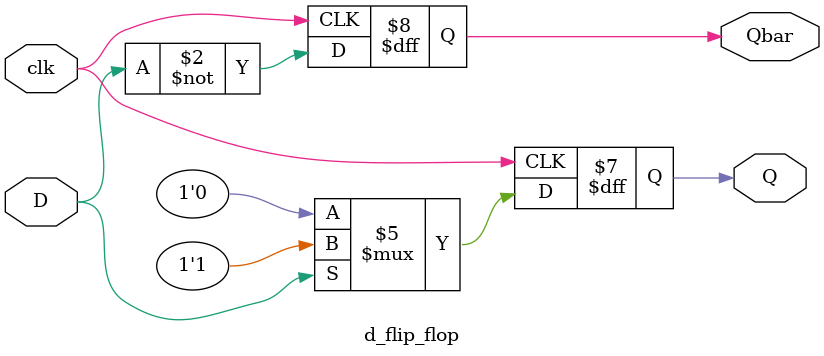
<source format=v>
module d_flip_flop(D, clk, Q, Qbar);
    input wire D;
    input wire clk;
    output reg Q;
    output reg Qbar;

    always @(posedge clk) begin
        if(D == 1'b0)
            Q = 0;
        else
            Q = 1;
        Qbar = ~Q;
    end
endmodule

</source>
